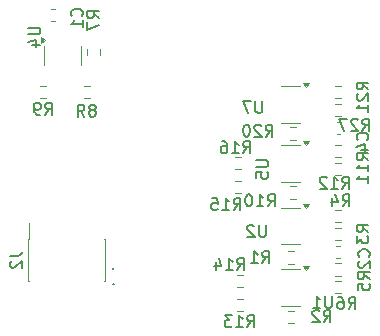
<source format=gbr>
%TF.GenerationSoftware,KiCad,Pcbnew,8.0.1-8.0.1-1~ubuntu22.04.1*%
%TF.CreationDate,2024-04-08T23:00:13-07:00*%
%TF.ProjectId,gps_interposer,6770735f-696e-4746-9572-706f7365722e,rev?*%
%TF.SameCoordinates,Original*%
%TF.FileFunction,Legend,Bot*%
%TF.FilePolarity,Positive*%
%FSLAX46Y46*%
G04 Gerber Fmt 4.6, Leading zero omitted, Abs format (unit mm)*
G04 Created by KiCad (PCBNEW 8.0.1-8.0.1-1~ubuntu22.04.1) date 2024-04-08 23:00:13*
%MOMM*%
%LPD*%
G01*
G04 APERTURE LIST*
%ADD10C,0.150000*%
%ADD11C,0.120000*%
G04 APERTURE END LIST*
D10*
X178680000Y-110970000D02*
G75*
G02*
X178600000Y-110970000I-40000J0D01*
G01*
X178600000Y-110970000D02*
G75*
G02*
X178680000Y-110970000I40000J0D01*
G01*
X178680000Y-109690000D02*
G75*
G02*
X178600000Y-109690000I-40000J0D01*
G01*
X178600000Y-109690000D02*
G75*
G02*
X178680000Y-109690000I40000J0D01*
G01*
X200254819Y-106533333D02*
X199778628Y-106200000D01*
X200254819Y-105961905D02*
X199254819Y-105961905D01*
X199254819Y-105961905D02*
X199254819Y-106342857D01*
X199254819Y-106342857D02*
X199302438Y-106438095D01*
X199302438Y-106438095D02*
X199350057Y-106485714D01*
X199350057Y-106485714D02*
X199445295Y-106533333D01*
X199445295Y-106533333D02*
X199588152Y-106533333D01*
X199588152Y-106533333D02*
X199683390Y-106485714D01*
X199683390Y-106485714D02*
X199731009Y-106438095D01*
X199731009Y-106438095D02*
X199778628Y-106342857D01*
X199778628Y-106342857D02*
X199778628Y-105961905D01*
X199254819Y-106866667D02*
X199254819Y-107485714D01*
X199254819Y-107485714D02*
X199635771Y-107152381D01*
X199635771Y-107152381D02*
X199635771Y-107295238D01*
X199635771Y-107295238D02*
X199683390Y-107390476D01*
X199683390Y-107390476D02*
X199731009Y-107438095D01*
X199731009Y-107438095D02*
X199826247Y-107485714D01*
X199826247Y-107485714D02*
X200064342Y-107485714D01*
X200064342Y-107485714D02*
X200159580Y-107438095D01*
X200159580Y-107438095D02*
X200207200Y-107390476D01*
X200207200Y-107390476D02*
X200254819Y-107295238D01*
X200254819Y-107295238D02*
X200254819Y-107009524D01*
X200254819Y-107009524D02*
X200207200Y-106914286D01*
X200207200Y-106914286D02*
X200159580Y-106866667D01*
X191561904Y-105954819D02*
X191561904Y-106764342D01*
X191561904Y-106764342D02*
X191514285Y-106859580D01*
X191514285Y-106859580D02*
X191466666Y-106907200D01*
X191466666Y-106907200D02*
X191371428Y-106954819D01*
X191371428Y-106954819D02*
X191180952Y-106954819D01*
X191180952Y-106954819D02*
X191085714Y-106907200D01*
X191085714Y-106907200D02*
X191038095Y-106859580D01*
X191038095Y-106859580D02*
X190990476Y-106764342D01*
X190990476Y-106764342D02*
X190990476Y-105954819D01*
X190561904Y-106050057D02*
X190514285Y-106002438D01*
X190514285Y-106002438D02*
X190419047Y-105954819D01*
X190419047Y-105954819D02*
X190180952Y-105954819D01*
X190180952Y-105954819D02*
X190085714Y-106002438D01*
X190085714Y-106002438D02*
X190038095Y-106050057D01*
X190038095Y-106050057D02*
X189990476Y-106145295D01*
X189990476Y-106145295D02*
X189990476Y-106240533D01*
X189990476Y-106240533D02*
X190038095Y-106383390D01*
X190038095Y-106383390D02*
X190609523Y-106954819D01*
X190609523Y-106954819D02*
X189990476Y-106954819D01*
X176208333Y-96754819D02*
X175875000Y-96278628D01*
X175636905Y-96754819D02*
X175636905Y-95754819D01*
X175636905Y-95754819D02*
X176017857Y-95754819D01*
X176017857Y-95754819D02*
X176113095Y-95802438D01*
X176113095Y-95802438D02*
X176160714Y-95850057D01*
X176160714Y-95850057D02*
X176208333Y-95945295D01*
X176208333Y-95945295D02*
X176208333Y-96088152D01*
X176208333Y-96088152D02*
X176160714Y-96183390D01*
X176160714Y-96183390D02*
X176113095Y-96231009D01*
X176113095Y-96231009D02*
X176017857Y-96278628D01*
X176017857Y-96278628D02*
X175636905Y-96278628D01*
X176779762Y-96183390D02*
X176684524Y-96135771D01*
X176684524Y-96135771D02*
X176636905Y-96088152D01*
X176636905Y-96088152D02*
X176589286Y-95992914D01*
X176589286Y-95992914D02*
X176589286Y-95945295D01*
X176589286Y-95945295D02*
X176636905Y-95850057D01*
X176636905Y-95850057D02*
X176684524Y-95802438D01*
X176684524Y-95802438D02*
X176779762Y-95754819D01*
X176779762Y-95754819D02*
X176970238Y-95754819D01*
X176970238Y-95754819D02*
X177065476Y-95802438D01*
X177065476Y-95802438D02*
X177113095Y-95850057D01*
X177113095Y-95850057D02*
X177160714Y-95945295D01*
X177160714Y-95945295D02*
X177160714Y-95992914D01*
X177160714Y-95992914D02*
X177113095Y-96088152D01*
X177113095Y-96088152D02*
X177065476Y-96135771D01*
X177065476Y-96135771D02*
X176970238Y-96183390D01*
X176970238Y-96183390D02*
X176779762Y-96183390D01*
X176779762Y-96183390D02*
X176684524Y-96231009D01*
X176684524Y-96231009D02*
X176636905Y-96278628D01*
X176636905Y-96278628D02*
X176589286Y-96373866D01*
X176589286Y-96373866D02*
X176589286Y-96564342D01*
X176589286Y-96564342D02*
X176636905Y-96659580D01*
X176636905Y-96659580D02*
X176684524Y-96707200D01*
X176684524Y-96707200D02*
X176779762Y-96754819D01*
X176779762Y-96754819D02*
X176970238Y-96754819D01*
X176970238Y-96754819D02*
X177065476Y-96707200D01*
X177065476Y-96707200D02*
X177113095Y-96659580D01*
X177113095Y-96659580D02*
X177160714Y-96564342D01*
X177160714Y-96564342D02*
X177160714Y-96373866D01*
X177160714Y-96373866D02*
X177113095Y-96278628D01*
X177113095Y-96278628D02*
X177065476Y-96231009D01*
X177065476Y-96231009D02*
X176970238Y-96183390D01*
X200354819Y-110533333D02*
X199878628Y-110200000D01*
X200354819Y-109961905D02*
X199354819Y-109961905D01*
X199354819Y-109961905D02*
X199354819Y-110342857D01*
X199354819Y-110342857D02*
X199402438Y-110438095D01*
X199402438Y-110438095D02*
X199450057Y-110485714D01*
X199450057Y-110485714D02*
X199545295Y-110533333D01*
X199545295Y-110533333D02*
X199688152Y-110533333D01*
X199688152Y-110533333D02*
X199783390Y-110485714D01*
X199783390Y-110485714D02*
X199831009Y-110438095D01*
X199831009Y-110438095D02*
X199878628Y-110342857D01*
X199878628Y-110342857D02*
X199878628Y-109961905D01*
X199354819Y-111438095D02*
X199354819Y-110961905D01*
X199354819Y-110961905D02*
X199831009Y-110914286D01*
X199831009Y-110914286D02*
X199783390Y-110961905D01*
X199783390Y-110961905D02*
X199735771Y-111057143D01*
X199735771Y-111057143D02*
X199735771Y-111295238D01*
X199735771Y-111295238D02*
X199783390Y-111390476D01*
X199783390Y-111390476D02*
X199831009Y-111438095D01*
X199831009Y-111438095D02*
X199926247Y-111485714D01*
X199926247Y-111485714D02*
X200164342Y-111485714D01*
X200164342Y-111485714D02*
X200259580Y-111438095D01*
X200259580Y-111438095D02*
X200307200Y-111390476D01*
X200307200Y-111390476D02*
X200354819Y-111295238D01*
X200354819Y-111295238D02*
X200354819Y-111057143D01*
X200354819Y-111057143D02*
X200307200Y-110961905D01*
X200307200Y-110961905D02*
X200259580Y-110914286D01*
X189142857Y-109754819D02*
X189476190Y-109278628D01*
X189714285Y-109754819D02*
X189714285Y-108754819D01*
X189714285Y-108754819D02*
X189333333Y-108754819D01*
X189333333Y-108754819D02*
X189238095Y-108802438D01*
X189238095Y-108802438D02*
X189190476Y-108850057D01*
X189190476Y-108850057D02*
X189142857Y-108945295D01*
X189142857Y-108945295D02*
X189142857Y-109088152D01*
X189142857Y-109088152D02*
X189190476Y-109183390D01*
X189190476Y-109183390D02*
X189238095Y-109231009D01*
X189238095Y-109231009D02*
X189333333Y-109278628D01*
X189333333Y-109278628D02*
X189714285Y-109278628D01*
X188190476Y-109754819D02*
X188761904Y-109754819D01*
X188476190Y-109754819D02*
X188476190Y-108754819D01*
X188476190Y-108754819D02*
X188571428Y-108897676D01*
X188571428Y-108897676D02*
X188666666Y-108992914D01*
X188666666Y-108992914D02*
X188761904Y-109040533D01*
X187333333Y-109088152D02*
X187333333Y-109754819D01*
X187571428Y-108707200D02*
X187809523Y-109421485D01*
X187809523Y-109421485D02*
X187190476Y-109421485D01*
X191261904Y-95454819D02*
X191261904Y-96264342D01*
X191261904Y-96264342D02*
X191214285Y-96359580D01*
X191214285Y-96359580D02*
X191166666Y-96407200D01*
X191166666Y-96407200D02*
X191071428Y-96454819D01*
X191071428Y-96454819D02*
X190880952Y-96454819D01*
X190880952Y-96454819D02*
X190785714Y-96407200D01*
X190785714Y-96407200D02*
X190738095Y-96359580D01*
X190738095Y-96359580D02*
X190690476Y-96264342D01*
X190690476Y-96264342D02*
X190690476Y-95454819D01*
X190309523Y-95454819D02*
X189642857Y-95454819D01*
X189642857Y-95454819D02*
X190071428Y-96454819D01*
X198066666Y-104354819D02*
X198399999Y-103878628D01*
X198638094Y-104354819D02*
X198638094Y-103354819D01*
X198638094Y-103354819D02*
X198257142Y-103354819D01*
X198257142Y-103354819D02*
X198161904Y-103402438D01*
X198161904Y-103402438D02*
X198114285Y-103450057D01*
X198114285Y-103450057D02*
X198066666Y-103545295D01*
X198066666Y-103545295D02*
X198066666Y-103688152D01*
X198066666Y-103688152D02*
X198114285Y-103783390D01*
X198114285Y-103783390D02*
X198161904Y-103831009D01*
X198161904Y-103831009D02*
X198257142Y-103878628D01*
X198257142Y-103878628D02*
X198638094Y-103878628D01*
X197209523Y-103688152D02*
X197209523Y-104354819D01*
X197447618Y-103307200D02*
X197685713Y-104021485D01*
X197685713Y-104021485D02*
X197066666Y-104021485D01*
X172879166Y-96584819D02*
X173212499Y-96108628D01*
X173450594Y-96584819D02*
X173450594Y-95584819D01*
X173450594Y-95584819D02*
X173069642Y-95584819D01*
X173069642Y-95584819D02*
X172974404Y-95632438D01*
X172974404Y-95632438D02*
X172926785Y-95680057D01*
X172926785Y-95680057D02*
X172879166Y-95775295D01*
X172879166Y-95775295D02*
X172879166Y-95918152D01*
X172879166Y-95918152D02*
X172926785Y-96013390D01*
X172926785Y-96013390D02*
X172974404Y-96061009D01*
X172974404Y-96061009D02*
X173069642Y-96108628D01*
X173069642Y-96108628D02*
X173450594Y-96108628D01*
X172402975Y-96584819D02*
X172212499Y-96584819D01*
X172212499Y-96584819D02*
X172117261Y-96537200D01*
X172117261Y-96537200D02*
X172069642Y-96489580D01*
X172069642Y-96489580D02*
X171974404Y-96346723D01*
X171974404Y-96346723D02*
X171926785Y-96156247D01*
X171926785Y-96156247D02*
X171926785Y-95775295D01*
X171926785Y-95775295D02*
X171974404Y-95680057D01*
X171974404Y-95680057D02*
X172022023Y-95632438D01*
X172022023Y-95632438D02*
X172117261Y-95584819D01*
X172117261Y-95584819D02*
X172307737Y-95584819D01*
X172307737Y-95584819D02*
X172402975Y-95632438D01*
X172402975Y-95632438D02*
X172450594Y-95680057D01*
X172450594Y-95680057D02*
X172498213Y-95775295D01*
X172498213Y-95775295D02*
X172498213Y-96013390D01*
X172498213Y-96013390D02*
X172450594Y-96108628D01*
X172450594Y-96108628D02*
X172402975Y-96156247D01*
X172402975Y-96156247D02*
X172307737Y-96203866D01*
X172307737Y-96203866D02*
X172117261Y-96203866D01*
X172117261Y-96203866D02*
X172022023Y-96156247D01*
X172022023Y-96156247D02*
X171974404Y-96108628D01*
X171974404Y-96108628D02*
X171926785Y-96013390D01*
X197161904Y-111954819D02*
X197161904Y-112764342D01*
X197161904Y-112764342D02*
X197114285Y-112859580D01*
X197114285Y-112859580D02*
X197066666Y-112907200D01*
X197066666Y-112907200D02*
X196971428Y-112954819D01*
X196971428Y-112954819D02*
X196780952Y-112954819D01*
X196780952Y-112954819D02*
X196685714Y-112907200D01*
X196685714Y-112907200D02*
X196638095Y-112859580D01*
X196638095Y-112859580D02*
X196590476Y-112764342D01*
X196590476Y-112764342D02*
X196590476Y-111954819D01*
X195590476Y-112954819D02*
X196161904Y-112954819D01*
X195876190Y-112954819D02*
X195876190Y-111954819D01*
X195876190Y-111954819D02*
X195971428Y-112097676D01*
X195971428Y-112097676D02*
X196066666Y-112192914D01*
X196066666Y-112192914D02*
X196161904Y-112240533D01*
X200159580Y-98733333D02*
X200207200Y-98685714D01*
X200207200Y-98685714D02*
X200254819Y-98542857D01*
X200254819Y-98542857D02*
X200254819Y-98447619D01*
X200254819Y-98447619D02*
X200207200Y-98304762D01*
X200207200Y-98304762D02*
X200111961Y-98209524D01*
X200111961Y-98209524D02*
X200016723Y-98161905D01*
X200016723Y-98161905D02*
X199826247Y-98114286D01*
X199826247Y-98114286D02*
X199683390Y-98114286D01*
X199683390Y-98114286D02*
X199492914Y-98161905D01*
X199492914Y-98161905D02*
X199397676Y-98209524D01*
X199397676Y-98209524D02*
X199302438Y-98304762D01*
X199302438Y-98304762D02*
X199254819Y-98447619D01*
X199254819Y-98447619D02*
X199254819Y-98542857D01*
X199254819Y-98542857D02*
X199302438Y-98685714D01*
X199302438Y-98685714D02*
X199350057Y-98733333D01*
X199588152Y-99590476D02*
X200254819Y-99590476D01*
X199207200Y-99352381D02*
X199921485Y-99114286D01*
X199921485Y-99114286D02*
X199921485Y-99733333D01*
X189990357Y-114584819D02*
X190323690Y-114108628D01*
X190561785Y-114584819D02*
X190561785Y-113584819D01*
X190561785Y-113584819D02*
X190180833Y-113584819D01*
X190180833Y-113584819D02*
X190085595Y-113632438D01*
X190085595Y-113632438D02*
X190037976Y-113680057D01*
X190037976Y-113680057D02*
X189990357Y-113775295D01*
X189990357Y-113775295D02*
X189990357Y-113918152D01*
X189990357Y-113918152D02*
X190037976Y-114013390D01*
X190037976Y-114013390D02*
X190085595Y-114061009D01*
X190085595Y-114061009D02*
X190180833Y-114108628D01*
X190180833Y-114108628D02*
X190561785Y-114108628D01*
X189037976Y-114584819D02*
X189609404Y-114584819D01*
X189323690Y-114584819D02*
X189323690Y-113584819D01*
X189323690Y-113584819D02*
X189418928Y-113727676D01*
X189418928Y-113727676D02*
X189514166Y-113822914D01*
X189514166Y-113822914D02*
X189609404Y-113870533D01*
X188704642Y-113584819D02*
X188085595Y-113584819D01*
X188085595Y-113584819D02*
X188418928Y-113965771D01*
X188418928Y-113965771D02*
X188276071Y-113965771D01*
X188276071Y-113965771D02*
X188180833Y-114013390D01*
X188180833Y-114013390D02*
X188133214Y-114061009D01*
X188133214Y-114061009D02*
X188085595Y-114156247D01*
X188085595Y-114156247D02*
X188085595Y-114394342D01*
X188085595Y-114394342D02*
X188133214Y-114489580D01*
X188133214Y-114489580D02*
X188180833Y-114537200D01*
X188180833Y-114537200D02*
X188276071Y-114584819D01*
X188276071Y-114584819D02*
X188561785Y-114584819D01*
X188561785Y-114584819D02*
X188657023Y-114537200D01*
X188657023Y-114537200D02*
X188704642Y-114489580D01*
X198042857Y-102854819D02*
X198376190Y-102378628D01*
X198614285Y-102854819D02*
X198614285Y-101854819D01*
X198614285Y-101854819D02*
X198233333Y-101854819D01*
X198233333Y-101854819D02*
X198138095Y-101902438D01*
X198138095Y-101902438D02*
X198090476Y-101950057D01*
X198090476Y-101950057D02*
X198042857Y-102045295D01*
X198042857Y-102045295D02*
X198042857Y-102188152D01*
X198042857Y-102188152D02*
X198090476Y-102283390D01*
X198090476Y-102283390D02*
X198138095Y-102331009D01*
X198138095Y-102331009D02*
X198233333Y-102378628D01*
X198233333Y-102378628D02*
X198614285Y-102378628D01*
X197090476Y-102854819D02*
X197661904Y-102854819D01*
X197376190Y-102854819D02*
X197376190Y-101854819D01*
X197376190Y-101854819D02*
X197471428Y-101997676D01*
X197471428Y-101997676D02*
X197566666Y-102092914D01*
X197566666Y-102092914D02*
X197661904Y-102140533D01*
X196709523Y-101950057D02*
X196661904Y-101902438D01*
X196661904Y-101902438D02*
X196566666Y-101854819D01*
X196566666Y-101854819D02*
X196328571Y-101854819D01*
X196328571Y-101854819D02*
X196233333Y-101902438D01*
X196233333Y-101902438D02*
X196185714Y-101950057D01*
X196185714Y-101950057D02*
X196138095Y-102045295D01*
X196138095Y-102045295D02*
X196138095Y-102140533D01*
X196138095Y-102140533D02*
X196185714Y-102283390D01*
X196185714Y-102283390D02*
X196757142Y-102854819D01*
X196757142Y-102854819D02*
X196138095Y-102854819D01*
X190754819Y-100438095D02*
X191564342Y-100438095D01*
X191564342Y-100438095D02*
X191659580Y-100485714D01*
X191659580Y-100485714D02*
X191707200Y-100533333D01*
X191707200Y-100533333D02*
X191754819Y-100628571D01*
X191754819Y-100628571D02*
X191754819Y-100819047D01*
X191754819Y-100819047D02*
X191707200Y-100914285D01*
X191707200Y-100914285D02*
X191659580Y-100961904D01*
X191659580Y-100961904D02*
X191564342Y-101009523D01*
X191564342Y-101009523D02*
X190754819Y-101009523D01*
X190754819Y-101961904D02*
X190754819Y-101485714D01*
X190754819Y-101485714D02*
X191231009Y-101438095D01*
X191231009Y-101438095D02*
X191183390Y-101485714D01*
X191183390Y-101485714D02*
X191135771Y-101580952D01*
X191135771Y-101580952D02*
X191135771Y-101819047D01*
X191135771Y-101819047D02*
X191183390Y-101914285D01*
X191183390Y-101914285D02*
X191231009Y-101961904D01*
X191231009Y-101961904D02*
X191326247Y-102009523D01*
X191326247Y-102009523D02*
X191564342Y-102009523D01*
X191564342Y-102009523D02*
X191659580Y-101961904D01*
X191659580Y-101961904D02*
X191707200Y-101914285D01*
X191707200Y-101914285D02*
X191754819Y-101819047D01*
X191754819Y-101819047D02*
X191754819Y-101580952D01*
X191754819Y-101580952D02*
X191707200Y-101485714D01*
X191707200Y-101485714D02*
X191659580Y-101438095D01*
X191542857Y-98454819D02*
X191876190Y-97978628D01*
X192114285Y-98454819D02*
X192114285Y-97454819D01*
X192114285Y-97454819D02*
X191733333Y-97454819D01*
X191733333Y-97454819D02*
X191638095Y-97502438D01*
X191638095Y-97502438D02*
X191590476Y-97550057D01*
X191590476Y-97550057D02*
X191542857Y-97645295D01*
X191542857Y-97645295D02*
X191542857Y-97788152D01*
X191542857Y-97788152D02*
X191590476Y-97883390D01*
X191590476Y-97883390D02*
X191638095Y-97931009D01*
X191638095Y-97931009D02*
X191733333Y-97978628D01*
X191733333Y-97978628D02*
X192114285Y-97978628D01*
X191161904Y-97550057D02*
X191114285Y-97502438D01*
X191114285Y-97502438D02*
X191019047Y-97454819D01*
X191019047Y-97454819D02*
X190780952Y-97454819D01*
X190780952Y-97454819D02*
X190685714Y-97502438D01*
X190685714Y-97502438D02*
X190638095Y-97550057D01*
X190638095Y-97550057D02*
X190590476Y-97645295D01*
X190590476Y-97645295D02*
X190590476Y-97740533D01*
X190590476Y-97740533D02*
X190638095Y-97883390D01*
X190638095Y-97883390D02*
X191209523Y-98454819D01*
X191209523Y-98454819D02*
X190590476Y-98454819D01*
X189971428Y-97454819D02*
X189876190Y-97454819D01*
X189876190Y-97454819D02*
X189780952Y-97502438D01*
X189780952Y-97502438D02*
X189733333Y-97550057D01*
X189733333Y-97550057D02*
X189685714Y-97645295D01*
X189685714Y-97645295D02*
X189638095Y-97835771D01*
X189638095Y-97835771D02*
X189638095Y-98073866D01*
X189638095Y-98073866D02*
X189685714Y-98264342D01*
X189685714Y-98264342D02*
X189733333Y-98359580D01*
X189733333Y-98359580D02*
X189780952Y-98407200D01*
X189780952Y-98407200D02*
X189876190Y-98454819D01*
X189876190Y-98454819D02*
X189971428Y-98454819D01*
X189971428Y-98454819D02*
X190066666Y-98407200D01*
X190066666Y-98407200D02*
X190114285Y-98359580D01*
X190114285Y-98359580D02*
X190161904Y-98264342D01*
X190161904Y-98264342D02*
X190209523Y-98073866D01*
X190209523Y-98073866D02*
X190209523Y-97835771D01*
X190209523Y-97835771D02*
X190161904Y-97645295D01*
X190161904Y-97645295D02*
X190114285Y-97550057D01*
X190114285Y-97550057D02*
X190066666Y-97502438D01*
X190066666Y-97502438D02*
X189971428Y-97454819D01*
X191742857Y-104354819D02*
X192076190Y-103878628D01*
X192314285Y-104354819D02*
X192314285Y-103354819D01*
X192314285Y-103354819D02*
X191933333Y-103354819D01*
X191933333Y-103354819D02*
X191838095Y-103402438D01*
X191838095Y-103402438D02*
X191790476Y-103450057D01*
X191790476Y-103450057D02*
X191742857Y-103545295D01*
X191742857Y-103545295D02*
X191742857Y-103688152D01*
X191742857Y-103688152D02*
X191790476Y-103783390D01*
X191790476Y-103783390D02*
X191838095Y-103831009D01*
X191838095Y-103831009D02*
X191933333Y-103878628D01*
X191933333Y-103878628D02*
X192314285Y-103878628D01*
X190790476Y-104354819D02*
X191361904Y-104354819D01*
X191076190Y-104354819D02*
X191076190Y-103354819D01*
X191076190Y-103354819D02*
X191171428Y-103497676D01*
X191171428Y-103497676D02*
X191266666Y-103592914D01*
X191266666Y-103592914D02*
X191361904Y-103640533D01*
X190171428Y-103354819D02*
X190076190Y-103354819D01*
X190076190Y-103354819D02*
X189980952Y-103402438D01*
X189980952Y-103402438D02*
X189933333Y-103450057D01*
X189933333Y-103450057D02*
X189885714Y-103545295D01*
X189885714Y-103545295D02*
X189838095Y-103735771D01*
X189838095Y-103735771D02*
X189838095Y-103973866D01*
X189838095Y-103973866D02*
X189885714Y-104164342D01*
X189885714Y-104164342D02*
X189933333Y-104259580D01*
X189933333Y-104259580D02*
X189980952Y-104307200D01*
X189980952Y-104307200D02*
X190076190Y-104354819D01*
X190076190Y-104354819D02*
X190171428Y-104354819D01*
X190171428Y-104354819D02*
X190266666Y-104307200D01*
X190266666Y-104307200D02*
X190314285Y-104259580D01*
X190314285Y-104259580D02*
X190361904Y-104164342D01*
X190361904Y-104164342D02*
X190409523Y-103973866D01*
X190409523Y-103973866D02*
X190409523Y-103735771D01*
X190409523Y-103735771D02*
X190361904Y-103545295D01*
X190361904Y-103545295D02*
X190314285Y-103450057D01*
X190314285Y-103450057D02*
X190266666Y-103402438D01*
X190266666Y-103402438D02*
X190171428Y-103354819D01*
X169899819Y-108566666D02*
X170614104Y-108566666D01*
X170614104Y-108566666D02*
X170756961Y-108519047D01*
X170756961Y-108519047D02*
X170852200Y-108423809D01*
X170852200Y-108423809D02*
X170899819Y-108280952D01*
X170899819Y-108280952D02*
X170899819Y-108185714D01*
X169995057Y-108995238D02*
X169947438Y-109042857D01*
X169947438Y-109042857D02*
X169899819Y-109138095D01*
X169899819Y-109138095D02*
X169899819Y-109376190D01*
X169899819Y-109376190D02*
X169947438Y-109471428D01*
X169947438Y-109471428D02*
X169995057Y-109519047D01*
X169995057Y-109519047D02*
X170090295Y-109566666D01*
X170090295Y-109566666D02*
X170185533Y-109566666D01*
X170185533Y-109566666D02*
X170328390Y-109519047D01*
X170328390Y-109519047D02*
X170899819Y-108947619D01*
X170899819Y-108947619D02*
X170899819Y-109566666D01*
X171454819Y-89238095D02*
X172264342Y-89238095D01*
X172264342Y-89238095D02*
X172359580Y-89285714D01*
X172359580Y-89285714D02*
X172407200Y-89333333D01*
X172407200Y-89333333D02*
X172454819Y-89428571D01*
X172454819Y-89428571D02*
X172454819Y-89619047D01*
X172454819Y-89619047D02*
X172407200Y-89714285D01*
X172407200Y-89714285D02*
X172359580Y-89761904D01*
X172359580Y-89761904D02*
X172264342Y-89809523D01*
X172264342Y-89809523D02*
X171454819Y-89809523D01*
X171788152Y-90714285D02*
X172454819Y-90714285D01*
X171407200Y-90476190D02*
X172121485Y-90238095D01*
X172121485Y-90238095D02*
X172121485Y-90857142D01*
X199742857Y-97954819D02*
X200076190Y-97478628D01*
X200314285Y-97954819D02*
X200314285Y-96954819D01*
X200314285Y-96954819D02*
X199933333Y-96954819D01*
X199933333Y-96954819D02*
X199838095Y-97002438D01*
X199838095Y-97002438D02*
X199790476Y-97050057D01*
X199790476Y-97050057D02*
X199742857Y-97145295D01*
X199742857Y-97145295D02*
X199742857Y-97288152D01*
X199742857Y-97288152D02*
X199790476Y-97383390D01*
X199790476Y-97383390D02*
X199838095Y-97431009D01*
X199838095Y-97431009D02*
X199933333Y-97478628D01*
X199933333Y-97478628D02*
X200314285Y-97478628D01*
X199361904Y-97050057D02*
X199314285Y-97002438D01*
X199314285Y-97002438D02*
X199219047Y-96954819D01*
X199219047Y-96954819D02*
X198980952Y-96954819D01*
X198980952Y-96954819D02*
X198885714Y-97002438D01*
X198885714Y-97002438D02*
X198838095Y-97050057D01*
X198838095Y-97050057D02*
X198790476Y-97145295D01*
X198790476Y-97145295D02*
X198790476Y-97240533D01*
X198790476Y-97240533D02*
X198838095Y-97383390D01*
X198838095Y-97383390D02*
X199409523Y-97954819D01*
X199409523Y-97954819D02*
X198790476Y-97954819D01*
X198457142Y-96954819D02*
X197790476Y-96954819D01*
X197790476Y-96954819D02*
X198219047Y-97954819D01*
X177454819Y-88433333D02*
X176978628Y-88100000D01*
X177454819Y-87861905D02*
X176454819Y-87861905D01*
X176454819Y-87861905D02*
X176454819Y-88242857D01*
X176454819Y-88242857D02*
X176502438Y-88338095D01*
X176502438Y-88338095D02*
X176550057Y-88385714D01*
X176550057Y-88385714D02*
X176645295Y-88433333D01*
X176645295Y-88433333D02*
X176788152Y-88433333D01*
X176788152Y-88433333D02*
X176883390Y-88385714D01*
X176883390Y-88385714D02*
X176931009Y-88338095D01*
X176931009Y-88338095D02*
X176978628Y-88242857D01*
X176978628Y-88242857D02*
X176978628Y-87861905D01*
X176454819Y-88766667D02*
X176454819Y-89433333D01*
X176454819Y-89433333D02*
X177454819Y-89004762D01*
X189642857Y-99854819D02*
X189976190Y-99378628D01*
X190214285Y-99854819D02*
X190214285Y-98854819D01*
X190214285Y-98854819D02*
X189833333Y-98854819D01*
X189833333Y-98854819D02*
X189738095Y-98902438D01*
X189738095Y-98902438D02*
X189690476Y-98950057D01*
X189690476Y-98950057D02*
X189642857Y-99045295D01*
X189642857Y-99045295D02*
X189642857Y-99188152D01*
X189642857Y-99188152D02*
X189690476Y-99283390D01*
X189690476Y-99283390D02*
X189738095Y-99331009D01*
X189738095Y-99331009D02*
X189833333Y-99378628D01*
X189833333Y-99378628D02*
X190214285Y-99378628D01*
X188690476Y-99854819D02*
X189261904Y-99854819D01*
X188976190Y-99854819D02*
X188976190Y-98854819D01*
X188976190Y-98854819D02*
X189071428Y-98997676D01*
X189071428Y-98997676D02*
X189166666Y-99092914D01*
X189166666Y-99092914D02*
X189261904Y-99140533D01*
X187833333Y-98854819D02*
X188023809Y-98854819D01*
X188023809Y-98854819D02*
X188119047Y-98902438D01*
X188119047Y-98902438D02*
X188166666Y-98950057D01*
X188166666Y-98950057D02*
X188261904Y-99092914D01*
X188261904Y-99092914D02*
X188309523Y-99283390D01*
X188309523Y-99283390D02*
X188309523Y-99664342D01*
X188309523Y-99664342D02*
X188261904Y-99759580D01*
X188261904Y-99759580D02*
X188214285Y-99807200D01*
X188214285Y-99807200D02*
X188119047Y-99854819D01*
X188119047Y-99854819D02*
X187928571Y-99854819D01*
X187928571Y-99854819D02*
X187833333Y-99807200D01*
X187833333Y-99807200D02*
X187785714Y-99759580D01*
X187785714Y-99759580D02*
X187738095Y-99664342D01*
X187738095Y-99664342D02*
X187738095Y-99426247D01*
X187738095Y-99426247D02*
X187785714Y-99331009D01*
X187785714Y-99331009D02*
X187833333Y-99283390D01*
X187833333Y-99283390D02*
X187928571Y-99235771D01*
X187928571Y-99235771D02*
X188119047Y-99235771D01*
X188119047Y-99235771D02*
X188214285Y-99283390D01*
X188214285Y-99283390D02*
X188261904Y-99331009D01*
X188261904Y-99331009D02*
X188309523Y-99426247D01*
X198566666Y-113054819D02*
X198899999Y-112578628D01*
X199138094Y-113054819D02*
X199138094Y-112054819D01*
X199138094Y-112054819D02*
X198757142Y-112054819D01*
X198757142Y-112054819D02*
X198661904Y-112102438D01*
X198661904Y-112102438D02*
X198614285Y-112150057D01*
X198614285Y-112150057D02*
X198566666Y-112245295D01*
X198566666Y-112245295D02*
X198566666Y-112388152D01*
X198566666Y-112388152D02*
X198614285Y-112483390D01*
X198614285Y-112483390D02*
X198661904Y-112531009D01*
X198661904Y-112531009D02*
X198757142Y-112578628D01*
X198757142Y-112578628D02*
X199138094Y-112578628D01*
X197709523Y-112054819D02*
X197899999Y-112054819D01*
X197899999Y-112054819D02*
X197995237Y-112102438D01*
X197995237Y-112102438D02*
X198042856Y-112150057D01*
X198042856Y-112150057D02*
X198138094Y-112292914D01*
X198138094Y-112292914D02*
X198185713Y-112483390D01*
X198185713Y-112483390D02*
X198185713Y-112864342D01*
X198185713Y-112864342D02*
X198138094Y-112959580D01*
X198138094Y-112959580D02*
X198090475Y-113007200D01*
X198090475Y-113007200D02*
X197995237Y-113054819D01*
X197995237Y-113054819D02*
X197804761Y-113054819D01*
X197804761Y-113054819D02*
X197709523Y-113007200D01*
X197709523Y-113007200D02*
X197661904Y-112959580D01*
X197661904Y-112959580D02*
X197614285Y-112864342D01*
X197614285Y-112864342D02*
X197614285Y-112626247D01*
X197614285Y-112626247D02*
X197661904Y-112531009D01*
X197661904Y-112531009D02*
X197709523Y-112483390D01*
X197709523Y-112483390D02*
X197804761Y-112435771D01*
X197804761Y-112435771D02*
X197995237Y-112435771D01*
X197995237Y-112435771D02*
X198090475Y-112483390D01*
X198090475Y-112483390D02*
X198138094Y-112531009D01*
X198138094Y-112531009D02*
X198185713Y-112626247D01*
X191266666Y-109154819D02*
X191599999Y-108678628D01*
X191838094Y-109154819D02*
X191838094Y-108154819D01*
X191838094Y-108154819D02*
X191457142Y-108154819D01*
X191457142Y-108154819D02*
X191361904Y-108202438D01*
X191361904Y-108202438D02*
X191314285Y-108250057D01*
X191314285Y-108250057D02*
X191266666Y-108345295D01*
X191266666Y-108345295D02*
X191266666Y-108488152D01*
X191266666Y-108488152D02*
X191314285Y-108583390D01*
X191314285Y-108583390D02*
X191361904Y-108631009D01*
X191361904Y-108631009D02*
X191457142Y-108678628D01*
X191457142Y-108678628D02*
X191838094Y-108678628D01*
X190314285Y-109154819D02*
X190885713Y-109154819D01*
X190599999Y-109154819D02*
X190599999Y-108154819D01*
X190599999Y-108154819D02*
X190695237Y-108297676D01*
X190695237Y-108297676D02*
X190790475Y-108392914D01*
X190790475Y-108392914D02*
X190885713Y-108440533D01*
X188842857Y-104654819D02*
X189176190Y-104178628D01*
X189414285Y-104654819D02*
X189414285Y-103654819D01*
X189414285Y-103654819D02*
X189033333Y-103654819D01*
X189033333Y-103654819D02*
X188938095Y-103702438D01*
X188938095Y-103702438D02*
X188890476Y-103750057D01*
X188890476Y-103750057D02*
X188842857Y-103845295D01*
X188842857Y-103845295D02*
X188842857Y-103988152D01*
X188842857Y-103988152D02*
X188890476Y-104083390D01*
X188890476Y-104083390D02*
X188938095Y-104131009D01*
X188938095Y-104131009D02*
X189033333Y-104178628D01*
X189033333Y-104178628D02*
X189414285Y-104178628D01*
X187890476Y-104654819D02*
X188461904Y-104654819D01*
X188176190Y-104654819D02*
X188176190Y-103654819D01*
X188176190Y-103654819D02*
X188271428Y-103797676D01*
X188271428Y-103797676D02*
X188366666Y-103892914D01*
X188366666Y-103892914D02*
X188461904Y-103940533D01*
X186985714Y-103654819D02*
X187461904Y-103654819D01*
X187461904Y-103654819D02*
X187509523Y-104131009D01*
X187509523Y-104131009D02*
X187461904Y-104083390D01*
X187461904Y-104083390D02*
X187366666Y-104035771D01*
X187366666Y-104035771D02*
X187128571Y-104035771D01*
X187128571Y-104035771D02*
X187033333Y-104083390D01*
X187033333Y-104083390D02*
X186985714Y-104131009D01*
X186985714Y-104131009D02*
X186938095Y-104226247D01*
X186938095Y-104226247D02*
X186938095Y-104464342D01*
X186938095Y-104464342D02*
X186985714Y-104559580D01*
X186985714Y-104559580D02*
X187033333Y-104607200D01*
X187033333Y-104607200D02*
X187128571Y-104654819D01*
X187128571Y-104654819D02*
X187366666Y-104654819D01*
X187366666Y-104654819D02*
X187461904Y-104607200D01*
X187461904Y-104607200D02*
X187509523Y-104559580D01*
X175959580Y-88233333D02*
X176007200Y-88185714D01*
X176007200Y-88185714D02*
X176054819Y-88042857D01*
X176054819Y-88042857D02*
X176054819Y-87947619D01*
X176054819Y-87947619D02*
X176007200Y-87804762D01*
X176007200Y-87804762D02*
X175911961Y-87709524D01*
X175911961Y-87709524D02*
X175816723Y-87661905D01*
X175816723Y-87661905D02*
X175626247Y-87614286D01*
X175626247Y-87614286D02*
X175483390Y-87614286D01*
X175483390Y-87614286D02*
X175292914Y-87661905D01*
X175292914Y-87661905D02*
X175197676Y-87709524D01*
X175197676Y-87709524D02*
X175102438Y-87804762D01*
X175102438Y-87804762D02*
X175054819Y-87947619D01*
X175054819Y-87947619D02*
X175054819Y-88042857D01*
X175054819Y-88042857D02*
X175102438Y-88185714D01*
X175102438Y-88185714D02*
X175150057Y-88233333D01*
X176054819Y-89185714D02*
X176054819Y-88614286D01*
X176054819Y-88900000D02*
X175054819Y-88900000D01*
X175054819Y-88900000D02*
X175197676Y-88804762D01*
X175197676Y-88804762D02*
X175292914Y-88709524D01*
X175292914Y-88709524D02*
X175340533Y-88614286D01*
X196466666Y-114154819D02*
X196799999Y-113678628D01*
X197038094Y-114154819D02*
X197038094Y-113154819D01*
X197038094Y-113154819D02*
X196657142Y-113154819D01*
X196657142Y-113154819D02*
X196561904Y-113202438D01*
X196561904Y-113202438D02*
X196514285Y-113250057D01*
X196514285Y-113250057D02*
X196466666Y-113345295D01*
X196466666Y-113345295D02*
X196466666Y-113488152D01*
X196466666Y-113488152D02*
X196514285Y-113583390D01*
X196514285Y-113583390D02*
X196561904Y-113631009D01*
X196561904Y-113631009D02*
X196657142Y-113678628D01*
X196657142Y-113678628D02*
X197038094Y-113678628D01*
X196085713Y-113250057D02*
X196038094Y-113202438D01*
X196038094Y-113202438D02*
X195942856Y-113154819D01*
X195942856Y-113154819D02*
X195704761Y-113154819D01*
X195704761Y-113154819D02*
X195609523Y-113202438D01*
X195609523Y-113202438D02*
X195561904Y-113250057D01*
X195561904Y-113250057D02*
X195514285Y-113345295D01*
X195514285Y-113345295D02*
X195514285Y-113440533D01*
X195514285Y-113440533D02*
X195561904Y-113583390D01*
X195561904Y-113583390D02*
X196133332Y-114154819D01*
X196133332Y-114154819D02*
X195514285Y-114154819D01*
X200284580Y-108633333D02*
X200332200Y-108585714D01*
X200332200Y-108585714D02*
X200379819Y-108442857D01*
X200379819Y-108442857D02*
X200379819Y-108347619D01*
X200379819Y-108347619D02*
X200332200Y-108204762D01*
X200332200Y-108204762D02*
X200236961Y-108109524D01*
X200236961Y-108109524D02*
X200141723Y-108061905D01*
X200141723Y-108061905D02*
X199951247Y-108014286D01*
X199951247Y-108014286D02*
X199808390Y-108014286D01*
X199808390Y-108014286D02*
X199617914Y-108061905D01*
X199617914Y-108061905D02*
X199522676Y-108109524D01*
X199522676Y-108109524D02*
X199427438Y-108204762D01*
X199427438Y-108204762D02*
X199379819Y-108347619D01*
X199379819Y-108347619D02*
X199379819Y-108442857D01*
X199379819Y-108442857D02*
X199427438Y-108585714D01*
X199427438Y-108585714D02*
X199475057Y-108633333D01*
X199475057Y-109014286D02*
X199427438Y-109061905D01*
X199427438Y-109061905D02*
X199379819Y-109157143D01*
X199379819Y-109157143D02*
X199379819Y-109395238D01*
X199379819Y-109395238D02*
X199427438Y-109490476D01*
X199427438Y-109490476D02*
X199475057Y-109538095D01*
X199475057Y-109538095D02*
X199570295Y-109585714D01*
X199570295Y-109585714D02*
X199665533Y-109585714D01*
X199665533Y-109585714D02*
X199808390Y-109538095D01*
X199808390Y-109538095D02*
X200379819Y-108966667D01*
X200379819Y-108966667D02*
X200379819Y-109585714D01*
X200254819Y-94457142D02*
X199778628Y-94123809D01*
X200254819Y-93885714D02*
X199254819Y-93885714D01*
X199254819Y-93885714D02*
X199254819Y-94266666D01*
X199254819Y-94266666D02*
X199302438Y-94361904D01*
X199302438Y-94361904D02*
X199350057Y-94409523D01*
X199350057Y-94409523D02*
X199445295Y-94457142D01*
X199445295Y-94457142D02*
X199588152Y-94457142D01*
X199588152Y-94457142D02*
X199683390Y-94409523D01*
X199683390Y-94409523D02*
X199731009Y-94361904D01*
X199731009Y-94361904D02*
X199778628Y-94266666D01*
X199778628Y-94266666D02*
X199778628Y-93885714D01*
X199350057Y-94838095D02*
X199302438Y-94885714D01*
X199302438Y-94885714D02*
X199254819Y-94980952D01*
X199254819Y-94980952D02*
X199254819Y-95219047D01*
X199254819Y-95219047D02*
X199302438Y-95314285D01*
X199302438Y-95314285D02*
X199350057Y-95361904D01*
X199350057Y-95361904D02*
X199445295Y-95409523D01*
X199445295Y-95409523D02*
X199540533Y-95409523D01*
X199540533Y-95409523D02*
X199683390Y-95361904D01*
X199683390Y-95361904D02*
X200254819Y-94790476D01*
X200254819Y-94790476D02*
X200254819Y-95409523D01*
X200254819Y-96361904D02*
X200254819Y-95790476D01*
X200254819Y-96076190D02*
X199254819Y-96076190D01*
X199254819Y-96076190D02*
X199397676Y-95980952D01*
X199397676Y-95980952D02*
X199492914Y-95885714D01*
X199492914Y-95885714D02*
X199540533Y-95790476D01*
X200254819Y-100457142D02*
X199778628Y-100123809D01*
X200254819Y-99885714D02*
X199254819Y-99885714D01*
X199254819Y-99885714D02*
X199254819Y-100266666D01*
X199254819Y-100266666D02*
X199302438Y-100361904D01*
X199302438Y-100361904D02*
X199350057Y-100409523D01*
X199350057Y-100409523D02*
X199445295Y-100457142D01*
X199445295Y-100457142D02*
X199588152Y-100457142D01*
X199588152Y-100457142D02*
X199683390Y-100409523D01*
X199683390Y-100409523D02*
X199731009Y-100361904D01*
X199731009Y-100361904D02*
X199778628Y-100266666D01*
X199778628Y-100266666D02*
X199778628Y-99885714D01*
X200254819Y-101409523D02*
X200254819Y-100838095D01*
X200254819Y-101123809D02*
X199254819Y-101123809D01*
X199254819Y-101123809D02*
X199397676Y-101028571D01*
X199397676Y-101028571D02*
X199492914Y-100933333D01*
X199492914Y-100933333D02*
X199540533Y-100838095D01*
X200254819Y-102361904D02*
X200254819Y-101790476D01*
X200254819Y-102076190D02*
X199254819Y-102076190D01*
X199254819Y-102076190D02*
X199397676Y-101980952D01*
X199397676Y-101980952D02*
X199492914Y-101885714D01*
X199492914Y-101885714D02*
X199540533Y-101790476D01*
D11*
%TO.C,R3*%
X197967224Y-106177500D02*
X197457776Y-106177500D01*
X197967224Y-107222500D02*
X197457776Y-107222500D01*
%TO.C,U2*%
X192862500Y-104465000D02*
X193662500Y-104465000D01*
X192862500Y-107585000D02*
X193662500Y-107585000D01*
X194462500Y-104465000D02*
X193662500Y-104465000D01*
X194462500Y-107585000D02*
X193662500Y-107585000D01*
X194962500Y-104515000D02*
X194722500Y-104185000D01*
X195202500Y-104185000D01*
X194962500Y-104515000D01*
G36*
X194962500Y-104515000D02*
G01*
X194722500Y-104185000D01*
X195202500Y-104185000D01*
X194962500Y-104515000D01*
G37*
%TO.C,R8*%
X176642224Y-94177500D02*
X176132776Y-94177500D01*
X176642224Y-95222500D02*
X176132776Y-95222500D01*
%TO.C,R5*%
X197457776Y-109177500D02*
X197967224Y-109177500D01*
X197457776Y-110222500D02*
X197967224Y-110222500D01*
%TO.C,R14*%
X189602224Y-110177500D02*
X189092776Y-110177500D01*
X189602224Y-111222500D02*
X189092776Y-111222500D01*
%TO.C,U7*%
X192862500Y-94190000D02*
X193662500Y-94190000D01*
X192862500Y-97310000D02*
X193662500Y-97310000D01*
X194462500Y-94190000D02*
X193662500Y-94190000D01*
X194462500Y-97310000D02*
X193662500Y-97310000D01*
X194962500Y-94240000D02*
X194722500Y-93910000D01*
X195202500Y-93910000D01*
X194962500Y-94240000D01*
G36*
X194962500Y-94240000D02*
G01*
X194722500Y-93910000D01*
X195202500Y-93910000D01*
X194962500Y-94240000D01*
G37*
%TO.C,R4*%
X197457776Y-104677500D02*
X197967224Y-104677500D01*
X197457776Y-105722500D02*
X197967224Y-105722500D01*
%TO.C,R9*%
X172967224Y-94177500D02*
X172457776Y-94177500D01*
X172967224Y-95222500D02*
X172457776Y-95222500D01*
%TO.C,U1*%
X192862500Y-109690000D02*
X193662500Y-109690000D01*
X192862500Y-112810000D02*
X193662500Y-112810000D01*
X194462500Y-109690000D02*
X193662500Y-109690000D01*
X194462500Y-112810000D02*
X193662500Y-112810000D01*
X194962500Y-109740000D02*
X194722500Y-109410000D01*
X195202500Y-109410000D01*
X194962500Y-109740000D01*
G36*
X194962500Y-109740000D02*
G01*
X194722500Y-109410000D01*
X195202500Y-109410000D01*
X194962500Y-109740000D01*
G37*
%TO.C,C4*%
X197883767Y-97190000D02*
X197591233Y-97190000D01*
X197883767Y-98210000D02*
X197591233Y-98210000D01*
%TO.C,R13*%
X189602224Y-112177500D02*
X189092776Y-112177500D01*
X189602224Y-113222500D02*
X189092776Y-113222500D01*
%TO.C,R12*%
X197967224Y-100677500D02*
X197457776Y-100677500D01*
X197967224Y-101722500D02*
X197457776Y-101722500D01*
%TO.C,U5*%
X192862500Y-99140000D02*
X193662500Y-99140000D01*
X192862500Y-102260000D02*
X193662500Y-102260000D01*
X194462500Y-99140000D02*
X193662500Y-99140000D01*
X194462500Y-102260000D02*
X193662500Y-102260000D01*
X194962500Y-99190000D02*
X194722500Y-98860000D01*
X195202500Y-98860000D01*
X194962500Y-99190000D01*
G36*
X194962500Y-99190000D02*
G01*
X194722500Y-98860000D01*
X195202500Y-98860000D01*
X194962500Y-99190000D01*
G37*
%TO.C,R20*%
X194142224Y-97677500D02*
X193632776Y-97677500D01*
X194142224Y-98722500D02*
X193632776Y-98722500D01*
%TO.C,R10*%
X193632776Y-102677500D02*
X194142224Y-102677500D01*
X193632776Y-103722500D02*
X194142224Y-103722500D01*
%TO.C,J2*%
X171445000Y-110665000D02*
X171445000Y-107135000D01*
X171510000Y-107135000D02*
X171445000Y-107135000D01*
X171510000Y-107135000D02*
X171510000Y-105810000D01*
X171510000Y-110665000D02*
X171445000Y-110665000D01*
X177915000Y-107135000D02*
X177850000Y-107135000D01*
X177915000Y-110665000D02*
X177850000Y-110665000D01*
X177915000Y-110665000D02*
X177915000Y-107135000D01*
%TO.C,U4*%
X172790000Y-90762500D02*
X172790000Y-91562500D01*
X172790000Y-92362500D02*
X172790000Y-91562500D01*
X175910000Y-90762500D02*
X175910000Y-91562500D01*
X175910000Y-92362500D02*
X175910000Y-91562500D01*
X172840000Y-90262500D02*
X172510000Y-90502500D01*
X172510000Y-90022500D01*
X172840000Y-90262500D01*
G36*
X172840000Y-90262500D02*
G01*
X172510000Y-90502500D01*
X172510000Y-90022500D01*
X172840000Y-90262500D01*
G37*
%TO.C,R27*%
X197967224Y-95677500D02*
X197457776Y-95677500D01*
X197967224Y-96722500D02*
X197457776Y-96722500D01*
%TO.C,R7*%
X176452500Y-91542224D02*
X176452500Y-91032776D01*
X177497500Y-91542224D02*
X177497500Y-91032776D01*
%TO.C,R16*%
X189427224Y-100177500D02*
X188917776Y-100177500D01*
X189427224Y-101222500D02*
X188917776Y-101222500D01*
%TO.C,R6*%
X197967224Y-110677500D02*
X197457776Y-110677500D01*
X197967224Y-111722500D02*
X197457776Y-111722500D01*
%TO.C,R1*%
X193967224Y-108177500D02*
X193457776Y-108177500D01*
X193967224Y-109222500D02*
X193457776Y-109222500D01*
%TO.C,R15*%
X189427224Y-102177500D02*
X188917776Y-102177500D01*
X189427224Y-103222500D02*
X188917776Y-103222500D01*
%TO.C,C1*%
X173683767Y-87690000D02*
X173391233Y-87690000D01*
X173683767Y-88710000D02*
X173391233Y-88710000D01*
%TO.C,R2*%
X193457776Y-113227500D02*
X193967224Y-113227500D01*
X193457776Y-114272500D02*
X193967224Y-114272500D01*
%TO.C,C2*%
X197808767Y-107690000D02*
X197516233Y-107690000D01*
X197808767Y-108710000D02*
X197516233Y-108710000D01*
%TO.C,R21*%
X197457776Y-94177500D02*
X197967224Y-94177500D01*
X197457776Y-95222500D02*
X197967224Y-95222500D01*
%TO.C,R11*%
X197457776Y-99177500D02*
X197967224Y-99177500D01*
X197457776Y-100222500D02*
X197967224Y-100222500D01*
%TD*%
M02*

</source>
